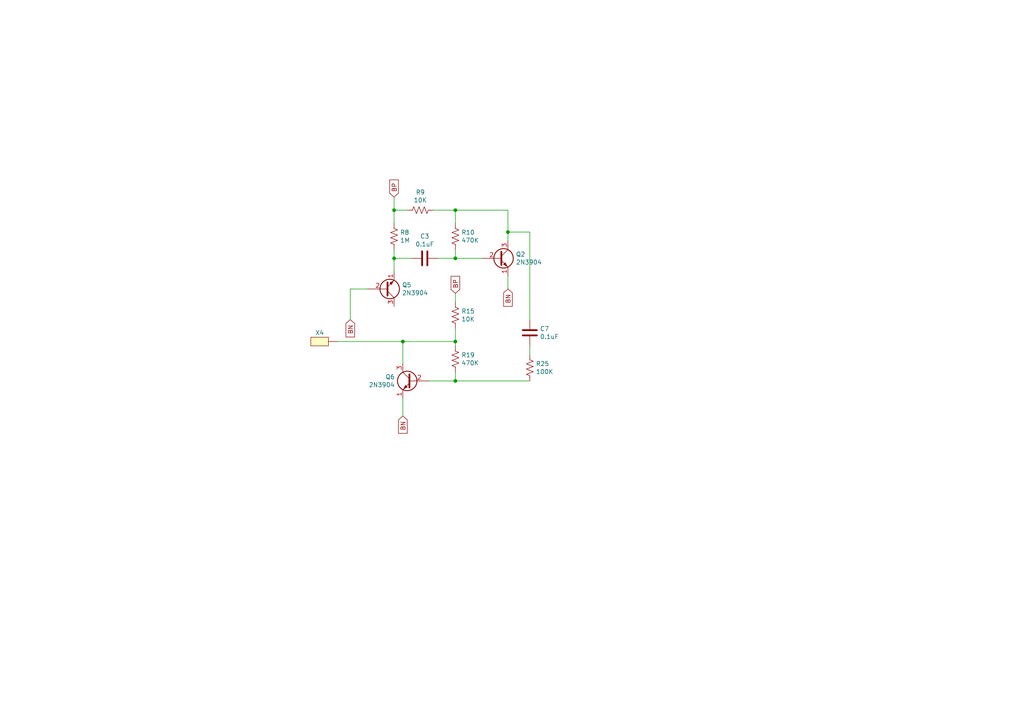
<source format=kicad_sch>
(kicad_sch (version 20230121) (generator eeschema)
  (paper "A4")
  (title_block (title "MFOS NOISE TOASTER Noise Box") (date "2020-10-07") (rev "1") (comment 1 "White Noise Generator"))
  (lib_symbols
    (symbol "Transistor_BJT:2N3904" (pin_names (offset 0) hide)
      (property "Reference" "Q" (at 5.08 1.905 0))
      (property "Value" "2N3904" (at 5.08 0 0))
      (symbol "2N3904_0_1"
        (polyline (pts (xy 0.635 0.635) (xy 2.54 2.54)))
        (polyline (pts (xy 0.635 -0.635) (xy 2.54 -2.54) (xy 2.54 -2.54)))
        (polyline (pts (xy 0.635 1.905) (xy 0.635 -1.905) (xy 0.635 -1.905)) (stroke (width 0.508)))
        (polyline (pts (xy 1.27 -1.778) (xy 1.778 -1.27) (xy 2.286 -2.286) (xy 1.27 -1.778) (xy 1.27 -1.778)) (fill (type outline)))
        (circle (center 1.27 0) (radius 2.8194) (stroke (width 0.254)))
      )
      (symbol "2N3904_1_1"
        (pin passive line (at 2.54 -5.08 90) (length 2.54) (name "E") (number "1"))
        (pin passive line (at -5.08 0 0) (length 5.715) (name "B") (number "2"))
        (pin passive line (at 2.54 5.08 270) (length 2.54) (name "C") (number "3"))
      )
    )
    (symbol "mfos_noise_toaster-rescue:C-Device" (pin_numbers hide) (pin_names (offset 0.254))
      (property "Reference" "C" (at 0.635 2.54 0))
      (property "Value" "C-Device" (at 0.635 -2.54 0))
      (symbol "C-Device_0_1"
        (polyline (pts (xy -2.032 -0.762) (xy 2.032 -0.762)) (stroke (width 0.508)))
        (polyline (pts (xy -2.032 0.762) (xy 2.032 0.762)) (stroke (width 0.508)))
      )
      (symbol "C-Device_1_1"
        (pin passive line (at 0 3.81 270) (length 2.794) (name "~") (number "1"))
        (pin passive line (at 0 -3.81 90) (length 2.794) (name "~") (number "2"))
      )
    )
    (symbol "mfos_noise_toaster-rescue:Pad-samz-symbol" (pin_numbers hide) (pin_names (offset 1.016))
      (property "Reference" "X" (at 1.27 0 0))
      (property "Value" "Pad-samz-symbol" (at -1.27 2.54 0))
      (symbol "Pad-samz-symbol_0_1"
        (rectangle (start 0 1.27) (end 5.08 -1.27) (fill (type background)))
      )
      (symbol "Pad-samz-symbol_1_1"
        (pin passive line (at -2.54 0 0) (length 2.54) (name "~") (number "1"))
      )
    )
    (symbol "mfos_noise_toaster-rescue:R_US-Device" (pin_numbers hide) (pin_names (offset 0))
      (property "Reference" "R" (at 2.54 0 90))
      (property "Value" "R_US-Device" (at -2.54 0 90))
      (symbol "R_US-Device_0_1"
        (polyline (pts (xy 0 -2.286) (xy 0 -2.54)))
        (polyline (pts (xy 0 2.286) (xy 0 2.54)))
        (polyline (pts (xy 0 -0.762) (xy 1.016 -1.143) (xy 0 -1.524) (xy -1.016 -1.905) (xy 0 -2.286)))
        (polyline (pts (xy 0 0.762) (xy 1.016 0.381) (xy 0 0) (xy -1.016 -0.381) (xy 0 -0.762)))
        (polyline (pts (xy 0 2.286) (xy 1.016 1.905) (xy 0 1.524) (xy -1.016 1.143) (xy 0 0.762)))
      )
      (symbol "R_US-Device_1_1"
        (pin passive line (at 0 3.81 270) (length 1.27) (name "~") (number "1"))
        (pin passive line (at 0 -3.81 90) (length 1.27) (name "~") (number "2"))
      )
    )
  )
  (junction (at 114.3 60.96))
  (junction (at 132.08 60.96))
  (junction (at 132.08 99.06))
  (junction (at 114.3 74.93))
  (junction (at 132.08 74.93))
  (junction (at 116.84 99.06))
  (junction (at 132.08 110.49))
  (junction (at 147.32 67.31))
  (wire (pts (xy 101.6 83.82) (xy 101.6 92.71)))
  (wire (pts (xy 125.73 60.96) (xy 132.08 60.96)))
  (wire (pts (xy 132.08 64.77) (xy 132.08 60.96)))
  (wire (pts (xy 147.32 67.31) (xy 153.67 67.31)))
  (wire (pts (xy 132.08 60.96) (xy 147.32 60.96)))
  (wire (pts (xy 114.3 60.96) (xy 118.11 60.96)))
  (wire (pts (xy 132.08 99.06) (xy 132.08 100.33)))
  (wire (pts (xy 116.84 115.57) (xy 116.84 120.65)))
  (wire (pts (xy 106.68 83.82) (xy 101.6 83.82)))
  (wire (pts (xy 119.38 74.93) (xy 114.3 74.93)))
  (wire (pts (xy 132.08 95.25) (xy 132.08 99.06)))
  (wire (pts (xy 153.67 102.87) (xy 153.67 100.33)))
  (wire (pts (xy 114.3 72.39) (xy 114.3 74.93)))
  (wire (pts (xy 97.79 99.06) (xy 116.84 99.06)))
  (wire (pts (xy 127 74.93) (xy 132.08 74.93)))
  (wire (pts (xy 116.84 105.41) (xy 116.84 99.06)))
  (wire (pts (xy 116.84 99.06) (xy 132.08 99.06)))
  (wire (pts (xy 147.32 67.31) (xy 147.32 69.85)))
  (wire (pts (xy 153.67 67.31) (xy 153.67 92.71)))
  (wire (pts (xy 147.32 80.01) (xy 147.32 83.82)))
  (wire (pts (xy 132.08 72.39) (xy 132.08 74.93)))
  (wire (pts (xy 132.08 74.93) (xy 139.7 74.93)))
  (wire (pts (xy 114.3 64.77) (xy 114.3 60.96)))
  (wire (pts (xy 147.32 60.96) (xy 147.32 67.31)))
  (wire (pts (xy 132.08 110.49) (xy 153.67 110.49)))
  (wire (pts (xy 132.08 107.95) (xy 132.08 110.49)))
  (wire (pts (xy 124.46 110.49) (xy 132.08 110.49)))
  (wire (pts (xy 132.08 85.09) (xy 132.08 87.63)))
  (wire (pts (xy 114.3 78.74) (xy 114.3 74.93)))
  (wire (pts (xy 114.3 60.96) (xy 114.3 57.15)))
  (global_label "BN" (shape input) (at 147.32 83.82 270) (property "Intersheetrefs" "${INTERSHEET_REFS}" (effects hide)))
  (global_label "BP" (shape input) (at 132.08 85.09 90) (property "Intersheetrefs" "${INTERSHEET_REFS}" (effects hide)))
  (global_label "BP" (shape input) (at 114.3 57.15 90) (property "Intersheetrefs" "${INTERSHEET_REFS}" (effects hide)))
  (global_label "BN" (shape input) (at 116.84 120.65 270) (property "Intersheetrefs" "${INTERSHEET_REFS}" (effects hide)))
  (global_label "BN" (shape input) (at 101.6 92.71 270) (property "Intersheetrefs" "${INTERSHEET_REFS}" (effects hide)))
  (symbol (lib_id "mfos_noise_toaster-rescue:R_US-Device") (at 121.92 60.96 270) (unit 1)
    (property "Reference" "R9" (at 121.92 55.753 90))
    (property "Value" "10K" (at 121.92 58.0644 90))
    (property "Footprint" "Resistor_THT:R_Axial_DIN0207_L6.3mm_D2.5mm_P10.16mm_Horizontal" (effects hide))
    (property "Datasheet" "https://taydaelectronics.com/datasheets/files/royalohmprecisionmetalmf.pdf" (effects hide))
    (property "tayda-sku" "A-2203" (effects hide))
  )
  (symbol (lib_id "mfos_noise_toaster-rescue:R_US-Device") (at 114.3 68.58 0) (unit 1)
    (property "Reference" "R8" (at 116.0272 67.4116 0) (effects (justify left)))
    (property "Value" "1M" (at 116.0272 69.723 0) (effects (justify left)))
    (property "Footprint" "Resistor_THT:R_Axial_DIN0207_L6.3mm_D2.5mm_P10.16mm_Horizontal" (effects hide))
  )
  (symbol (lib_id "mfos_noise_toaster-rescue:R_US-Device") (at 132.08 68.58 0) (unit 1)
    (property "Reference" "R10" (at 133.8072 67.4116 0) (effects (justify left)))
    (property "Value" "470K" (at 133.8072 69.723 0) (effects (justify left)))
    (property "Footprint" "Resistor_THT:R_Axial_DIN0207_L6.3mm_D2.5mm_P10.16mm_Horizontal" (effects hide))
  )
  (symbol (lib_id "mfos_noise_toaster-rescue:C-Device") (at 123.19 74.93 270) (unit 1)
    (property "Reference" "C3" (at 123.19 68.5292 90))
    (property "Value" "0.1uF" (at 123.19 70.8406 90))
    (property "Footprint" "samz-kicad-library:C_Disc_D5.0mm_W2.5mm_P3.50mm" (effects hide))
    (property "tayda" "A-553" (effects hide))
  )
  (symbol (lib_id "mfos_noise_toaster-rescue:C-Device") (at 153.67 96.52 180) (unit 1)
    (property "Reference" "C7" (at 156.591 95.3516 0) (effects (justify right)))
    (property "Value" "0.1uF" (at 156.591 97.663 0) (effects (justify right)))
    (property "Footprint" "samz-kicad-library:C_Disc_D5.0mm_W2.5mm_P3.50mm" (effects hide))
    (property "tayda" "A-553" (effects hide))
  )
  (symbol (lib_id "mfos_noise_toaster-rescue:R_US-Device") (at 153.67 106.68 0) (unit 1)
    (property "Reference" "R25" (at 155.3972 105.5116 0) (effects (justify left)))
    (property "Value" "100K" (at 155.3972 107.823 0) (effects (justify left)))
    (property "Footprint" "Resistor_THT:R_Axial_DIN0207_L6.3mm_D2.5mm_P10.16mm_Horizontal" (effects hide))
  )
  (symbol (lib_id "mfos_noise_toaster-rescue:R_US-Device") (at 132.08 91.44 0) (unit 1)
    (property "Reference" "R15" (at 133.8072 90.2716 0) (effects (justify left)))
    (property "Value" "10K" (at 133.8072 92.583 0) (effects (justify left)))
    (property "Footprint" "Resistor_THT:R_Axial_DIN0207_L6.3mm_D2.5mm_P10.16mm_Horizontal" (effects hide))
  )
  (symbol (lib_id "mfos_noise_toaster-rescue:R_US-Device") (at 132.08 104.14 0) (unit 1)
    (property "Reference" "R19" (at 133.8072 102.9716 0) (effects (justify left)))
    (property "Value" "470K" (at 133.8072 105.283 0) (effects (justify left)))
    (property "Footprint" "Resistor_THT:R_Axial_DIN0207_L6.3mm_D2.5mm_P10.16mm_Horizontal" (effects hide))
  )
  (symbol (lib_id "mfos_noise_toaster-rescue:Pad-samz-symbol") (at 95.25 99.06 180) (unit 1)
    (property "Reference" "X4" (at 92.71 96.52 0))
    (property "Value" "Pad" (effects hide))
    (property "Footprint" "samz-kicad-library:pad" (effects hide))
  )
  (symbol (lib_id "Transistor_BJT:2N3904") (at 144.78 74.93 0) (unit 1)
    (property "Reference" "Q2" (at 149.606 73.7616 0) (effects (justify left)))
    (property "Value" "2N3904" (at 149.606 76.073 0) (effects (justify left)))
    (property "Footprint" "Package_TO_SOT_THT:TO-92_Inline" (effects hide))
    (property "Datasheet" "https://www.onsemi.com/pub/Collateral/2N3903-D.PDF" (effects hide))
  )
  (symbol (lib_id "Transistor_BJT:2N3904") (at 111.76 83.82 0) (mirror x) (unit 1)
    (property "Reference" "Q5" (at 116.586 82.6516 0) (effects (justify left)))
    (property "Value" "2N3904" (at 116.586 84.963 0) (effects (justify left)))
    (property "Footprint" "Package_TO_SOT_THT:TO-92_Inline" (effects hide))
    (property "Datasheet" "https://www.onsemi.com/pub/Collateral/2N3903-D.PDF" (effects hide))
  )
  (symbol (lib_id "Transistor_BJT:2N3904") (at 119.38 110.49 0) (mirror y) (unit 1)
    (property "Reference" "Q6" (at 114.5286 109.3216 0) (effects (justify left)))
    (property "Value" "2N3904" (at 114.5286 111.633 0) (effects (justify left)))
    (property "Footprint" "Package_TO_SOT_THT:TO-92_Inline" (effects hide))
    (property "Datasheet" "https://www.onsemi.com/pub/Collateral/2N3903-D.PDF" (effects hide))
  )
)
</source>
